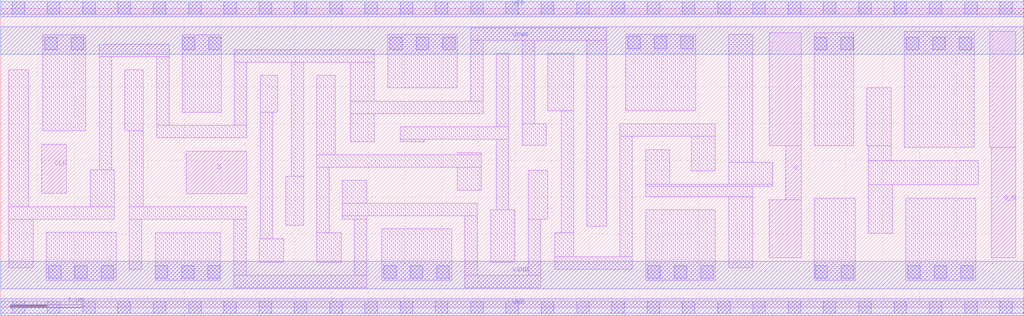
<source format=lef>
# Copyright 2020 The SkyWater PDK Authors
#
# Licensed under the Apache License, Version 2.0 (the "License");
# you may not use this file except in compliance with the License.
# You may obtain a copy of the License at
#
#     https://www.apache.org/licenses/LICENSE-2.0
#
# Unless required by applicable law or agreed to in writing, software
# distributed under the License is distributed on an "AS IS" BASIS,
# WITHOUT WARRANTIES OR CONDITIONS OF ANY KIND, either express or implied.
# See the License for the specific language governing permissions and
# limitations under the License.
#
# SPDX-License-Identifier: Apache-2.0

VERSION 5.7 ;
  NAMESCASESENSITIVE ON ;
  NOWIREEXTENSIONATPIN ON ;
  DIVIDERCHAR "/" ;
  BUSBITCHARS "[]" ;
UNITS
  DATABASE MICRONS 200 ;
END UNITS
MACRO sky130_fd_sc_hvl__dfxbp_1
  CLASS CORE ;
  FOREIGN sky130_fd_sc_hvl__dfxbp_1 ;
  ORIGIN  0.000000  0.000000 ;
  SIZE  13.92000 BY  4.070000 ;
  SYMMETRY X Y ;
  SITE unithv ;
  PIN D
    ANTENNAGATEAREA  0.420000 ;
    DIRECTION INPUT ;
    USE SIGNAL ;
    PORT
      LAYER li1 ;
        RECT 2.525000 1.545000 3.350000 2.125000 ;
    END
  END D
  PIN Q
    ANTENNADIFFAREA  0.596250 ;
    DIRECTION OUTPUT ;
    USE SIGNAL ;
    PORT
      LAYER li1 ;
        RECT 10.455000 0.675000 10.890000 1.465000 ;
        RECT 10.455000 2.195000 10.890000 3.735000 ;
        RECT 10.685000 1.465000 10.890000 2.195000 ;
    END
  END Q
  PIN Q_N
    ANTENNADIFFAREA  0.626250 ;
    DIRECTION OUTPUT ;
    USE SIGNAL ;
    PORT
      LAYER li1 ;
        RECT 13.460000 2.175000 13.810000 3.755000 ;
        RECT 13.480000 0.675000 13.810000 2.175000 ;
    END
  END Q_N
  PIN CLK
    ANTENNAGATEAREA  0.585000 ;
    DIRECTION INPUT ;
    USE CLOCK ;
    PORT
      LAYER li1 ;
        RECT 0.560000 1.550000 0.890000 2.220000 ;
    END
  END CLK
  PIN VGND
    DIRECTION INOUT ;
    USE GROUND ;
    PORT
      LAYER met1 ;
        RECT 0.000000 0.255000 13.920000 0.625000 ;
    END
  END VGND
  PIN VNB
    DIRECTION INOUT ;
    USE GROUND ;
    PORT
      LAYER met1 ;
        RECT 0.000000 -0.115000 13.920000 0.115000 ;
    END
  END VNB
  PIN VPB
    DIRECTION INOUT ;
    USE POWER ;
    PORT
      LAYER met1 ;
        RECT 0.000000 3.955000 13.920000 4.185000 ;
    END
  END VPB
  PIN VPWR
    DIRECTION INOUT ;
    USE POWER ;
    PORT
      LAYER met1 ;
        RECT 0.000000 3.445000 13.920000 3.815000 ;
    END
  END VPWR
  OBS
    LAYER li1 ;
      RECT  0.000000 -0.085000 13.920000 0.085000 ;
      RECT  0.000000  3.985000 13.920000 4.155000 ;
      RECT  0.110000  0.540000  0.440000 1.200000 ;
      RECT  0.110000  1.200000  1.545000 1.370000 ;
      RECT  0.110000  1.370000  0.380000 3.230000 ;
      RECT  0.570000  2.400000  1.160000 3.705000 ;
      RECT  0.620000  0.365000  1.570000 1.020000 ;
      RECT  1.215000  1.370000  1.545000 1.870000 ;
      RECT  1.340000  1.870000  1.510000 3.410000 ;
      RECT  1.340000  3.410000  2.290000 3.580000 ;
      RECT  1.690000  2.400000  1.940000 3.230000 ;
      RECT  1.750000  0.520000  1.920000 1.195000 ;
      RECT  1.750000  1.195000  3.340000 1.365000 ;
      RECT  1.750000  1.365000  1.940000 2.400000 ;
      RECT  2.100000  0.365000  2.990000 1.015000 ;
      RECT  2.120000  2.305000  3.350000 2.475000 ;
      RECT  2.120000  2.475000  2.290000 3.410000 ;
      RECT  2.470000  2.655000  3.000000 3.705000 ;
      RECT  3.170000  0.265000  4.980000 0.435000 ;
      RECT  3.170000  0.435000  3.340000 1.195000 ;
      RECT  3.180000  2.475000  3.350000 3.335000 ;
      RECT  3.180000  3.335000  5.085000 3.505000 ;
      RECT  3.520000  0.615000  3.850000 0.935000 ;
      RECT  3.530000  0.935000  3.700000 2.655000 ;
      RECT  3.530000  2.655000  3.770000 3.155000 ;
      RECT  3.880000  1.115000  4.120000 1.785000 ;
      RECT  3.950000  1.785000  4.120000 3.335000 ;
      RECT  4.300000  0.615000  4.630000 1.015000 ;
      RECT  4.300000  1.015000  4.470000 1.905000 ;
      RECT  4.300000  1.905000  6.540000 2.075000 ;
      RECT  4.300000  2.075000  4.550000 3.155000 ;
      RECT  4.650000  1.195000  4.980000 1.245000 ;
      RECT  4.650000  1.245000  6.485000 1.415000 ;
      RECT  4.650000  1.415000  4.980000 1.725000 ;
      RECT  4.755000  2.255000  5.085000 2.635000 ;
      RECT  4.755000  2.635000  6.565000 2.805000 ;
      RECT  4.755000  2.805000  5.085000 3.335000 ;
      RECT  4.810000  0.435000  4.980000 1.195000 ;
      RECT  5.185000  0.365000  6.135000 1.065000 ;
      RECT  5.265000  2.985000  6.215000 3.715000 ;
      RECT  5.435000  2.255000  5.765000 2.285000 ;
      RECT  5.435000  2.285000  6.915000 2.455000 ;
      RECT  6.210000  1.595000  6.540000 1.905000 ;
      RECT  6.210000  2.075000  6.540000 2.105000 ;
      RECT  6.315000  0.265000  7.345000 0.435000 ;
      RECT  6.315000  0.435000  6.485000 1.245000 ;
      RECT  6.395000  2.805000  6.565000 3.635000 ;
      RECT  6.395000  3.635000  8.245000 3.805000 ;
      RECT  6.665000  0.615000  6.995000 1.325000 ;
      RECT  6.745000  1.325000  6.915000 2.285000 ;
      RECT  6.745000  2.455000  6.915000 3.455000 ;
      RECT  7.095000  2.205000  7.425000 2.495000 ;
      RECT  7.095000  2.495000  7.265000 3.635000 ;
      RECT  7.175000  0.435000  7.345000 1.195000 ;
      RECT  7.175000  1.195000  7.445000 1.865000 ;
      RECT  7.445000  2.675000  7.795000 3.455000 ;
      RECT  7.540000  0.515000  8.595000 0.685000 ;
      RECT  7.540000  0.685000  7.795000 1.015000 ;
      RECT  7.625000  1.015000  7.795000 2.675000 ;
      RECT  7.975000  1.105000  8.245000 3.635000 ;
      RECT  8.425000  0.685000  8.595000 2.325000 ;
      RECT  8.425000  2.325000  9.725000 2.495000 ;
      RECT  8.505000  2.675000  9.455000 3.715000 ;
      RECT  8.775000  0.365000  9.725000 1.325000 ;
      RECT  8.775000  1.505000 10.235000 1.645000 ;
      RECT  8.775000  1.645000 10.505000 1.675000 ;
      RECT  8.775000  1.675000  9.105000 2.145000 ;
      RECT  9.395000  1.855000  9.725000 2.325000 ;
      RECT  9.905000  0.535000 10.235000 1.505000 ;
      RECT  9.905000  1.675000 10.505000 1.975000 ;
      RECT  9.905000  1.975000 10.235000 3.715000 ;
      RECT 11.070000  0.365000 11.625000 1.485000 ;
      RECT 11.070000  2.195000 11.605000 3.735000 ;
      RECT 11.785000  2.195000 12.115000 2.985000 ;
      RECT 11.805000  1.005000 12.135000 1.665000 ;
      RECT 11.805000  1.665000 13.300000 1.995000 ;
      RECT 11.805000  1.995000 12.115000 2.195000 ;
      RECT 12.295000  2.175000 13.245000 3.755000 ;
      RECT 12.315000  0.365000 13.265000 1.485000 ;
    LAYER mcon ;
      RECT  0.155000 -0.085000  0.325000 0.085000 ;
      RECT  0.155000  3.985000  0.325000 4.155000 ;
      RECT  0.600000  3.505000  0.770000 3.675000 ;
      RECT  0.635000 -0.085000  0.805000 0.085000 ;
      RECT  0.635000  3.985000  0.805000 4.155000 ;
      RECT  0.650000  0.395000  0.820000 0.565000 ;
      RECT  0.960000  3.505000  1.130000 3.675000 ;
      RECT  1.010000  0.395000  1.180000 0.565000 ;
      RECT  1.115000 -0.085000  1.285000 0.085000 ;
      RECT  1.115000  3.985000  1.285000 4.155000 ;
      RECT  1.370000  0.395000  1.540000 0.565000 ;
      RECT  1.595000 -0.085000  1.765000 0.085000 ;
      RECT  1.595000  3.985000  1.765000 4.155000 ;
      RECT  2.075000 -0.085000  2.245000 0.085000 ;
      RECT  2.075000  3.985000  2.245000 4.155000 ;
      RECT  2.100000  0.395000  2.270000 0.565000 ;
      RECT  2.460000  0.395000  2.630000 0.565000 ;
      RECT  2.470000  3.505000  2.640000 3.675000 ;
      RECT  2.555000 -0.085000  2.725000 0.085000 ;
      RECT  2.555000  3.985000  2.725000 4.155000 ;
      RECT  2.820000  0.395000  2.990000 0.565000 ;
      RECT  2.830000  3.505000  3.000000 3.675000 ;
      RECT  3.035000 -0.085000  3.205000 0.085000 ;
      RECT  3.035000  3.985000  3.205000 4.155000 ;
      RECT  3.515000 -0.085000  3.685000 0.085000 ;
      RECT  3.515000  3.985000  3.685000 4.155000 ;
      RECT  3.995000 -0.085000  4.165000 0.085000 ;
      RECT  3.995000  3.985000  4.165000 4.155000 ;
      RECT  4.475000 -0.085000  4.645000 0.085000 ;
      RECT  4.475000  3.985000  4.645000 4.155000 ;
      RECT  4.955000 -0.085000  5.125000 0.085000 ;
      RECT  4.955000  3.985000  5.125000 4.155000 ;
      RECT  5.215000  0.395000  5.385000 0.565000 ;
      RECT  5.295000  3.505000  5.465000 3.675000 ;
      RECT  5.435000 -0.085000  5.605000 0.085000 ;
      RECT  5.435000  3.985000  5.605000 4.155000 ;
      RECT  5.575000  0.395000  5.745000 0.565000 ;
      RECT  5.655000  3.505000  5.825000 3.675000 ;
      RECT  5.915000 -0.085000  6.085000 0.085000 ;
      RECT  5.915000  3.985000  6.085000 4.155000 ;
      RECT  5.935000  0.395000  6.105000 0.565000 ;
      RECT  6.015000  3.505000  6.185000 3.675000 ;
      RECT  6.395000 -0.085000  6.565000 0.085000 ;
      RECT  6.395000  3.985000  6.565000 4.155000 ;
      RECT  6.875000 -0.085000  7.045000 0.085000 ;
      RECT  6.875000  3.985000  7.045000 4.155000 ;
      RECT  7.355000 -0.085000  7.525000 0.085000 ;
      RECT  7.355000  3.985000  7.525000 4.155000 ;
      RECT  7.835000 -0.085000  8.005000 0.085000 ;
      RECT  7.835000  3.985000  8.005000 4.155000 ;
      RECT  8.315000 -0.085000  8.485000 0.085000 ;
      RECT  8.315000  3.985000  8.485000 4.155000 ;
      RECT  8.535000  3.515000  8.705000 3.685000 ;
      RECT  8.795000 -0.085000  8.965000 0.085000 ;
      RECT  8.795000  3.985000  8.965000 4.155000 ;
      RECT  8.805000  0.395000  8.975000 0.565000 ;
      RECT  8.895000  3.515000  9.065000 3.685000 ;
      RECT  9.165000  0.395000  9.335000 0.565000 ;
      RECT  9.255000  3.515000  9.425000 3.685000 ;
      RECT  9.275000 -0.085000  9.445000 0.085000 ;
      RECT  9.275000  3.985000  9.445000 4.155000 ;
      RECT  9.525000  0.395000  9.695000 0.565000 ;
      RECT  9.755000 -0.085000  9.925000 0.085000 ;
      RECT  9.755000  3.985000  9.925000 4.155000 ;
      RECT 10.235000 -0.085000 10.405000 0.085000 ;
      RECT 10.235000  3.985000 10.405000 4.155000 ;
      RECT 10.715000 -0.085000 10.885000 0.085000 ;
      RECT 10.715000  3.985000 10.885000 4.155000 ;
      RECT 11.070000  3.505000 11.240000 3.675000 ;
      RECT 11.080000  0.395000 11.250000 0.565000 ;
      RECT 11.195000 -0.085000 11.365000 0.085000 ;
      RECT 11.195000  3.985000 11.365000 4.155000 ;
      RECT 11.430000  3.505000 11.600000 3.675000 ;
      RECT 11.440000  0.395000 11.610000 0.565000 ;
      RECT 11.675000 -0.085000 11.845000 0.085000 ;
      RECT 11.675000  3.985000 11.845000 4.155000 ;
      RECT 12.155000 -0.085000 12.325000 0.085000 ;
      RECT 12.155000  3.985000 12.325000 4.155000 ;
      RECT 12.325000  3.505000 12.495000 3.675000 ;
      RECT 12.345000  0.395000 12.515000 0.565000 ;
      RECT 12.635000 -0.085000 12.805000 0.085000 ;
      RECT 12.635000  3.985000 12.805000 4.155000 ;
      RECT 12.685000  3.505000 12.855000 3.675000 ;
      RECT 12.705000  0.395000 12.875000 0.565000 ;
      RECT 13.045000  3.505000 13.215000 3.675000 ;
      RECT 13.065000  0.395000 13.235000 0.565000 ;
      RECT 13.115000 -0.085000 13.285000 0.085000 ;
      RECT 13.115000  3.985000 13.285000 4.155000 ;
      RECT 13.595000 -0.085000 13.765000 0.085000 ;
      RECT 13.595000  3.985000 13.765000 4.155000 ;
  END
END sky130_fd_sc_hvl__dfxbp_1
END LIBRARY

</source>
